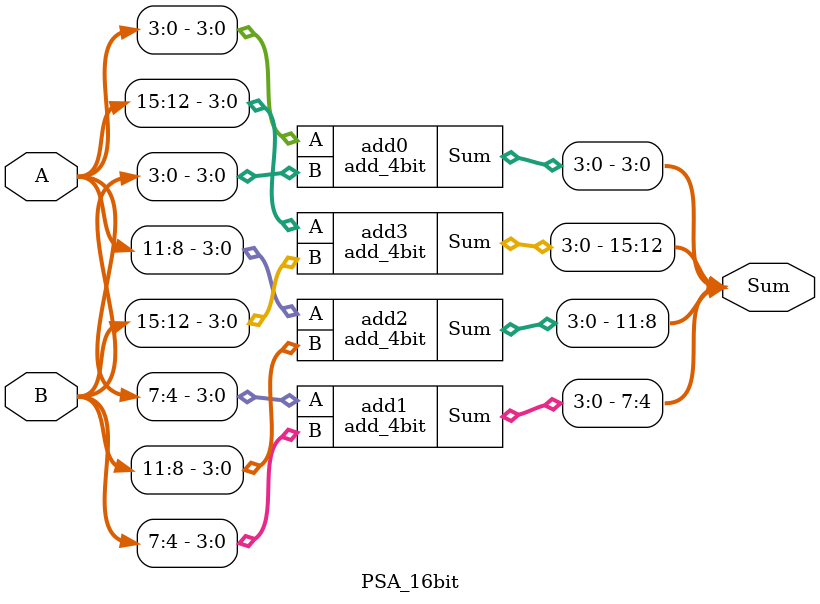
<source format=v>
module full_adder_1bit(A, B, Cin, Sum, Cout);
	input A, B, Cin;
	output Sum, Cout;

	wire half;
	assign half = A ^ B;

	assign Sum = half ^ Cin;
	assign Cout = (half & Cin) | (A & B);
endmodule

module add_4bit(A, B, Sum);
	input [3:0] A, B;
	output [3:0] Sum;
	wire [3:0] B_mod;
	wire [2:0] carry;
	wire carry_out;

	wire [3:0] result;
	full_adder_1bit FAs [3:0] (.A(A), .B(B_mod), .Sum(result), .Cin({carry, 1'b0}), .Cout({carry_out, carry}));

	// Saturate
	wire should_sat;
	assign should_sat = (A[3] == B_mod[3]) && (A[3] != result[3]);
	assign Sum = should_sat ? {A[3] ? 4'b1000 : 4'b0111} : result;
endmodule

module PSA_16bit(A, B, Sum);
	input [15:0] A, B;
	output [15:0] Sum;

	add_4bit add0 (.A(A[3:0]), .B(B[3:0]), .Sum(Sum[3:0]));
	add_4bit add1 (.A(A[7:4]), .B(B[7:4]), .Sum(Sum[7:4]));
	add_4bit add2 (.A(A[11:8]), .B(B[11:8]), .Sum(Sum[11:8]));
	add_4bit add3 (.A(A[15:12]), .B(B[15:12]), .Sum(Sum[15:12]));
endmodule
</source>
